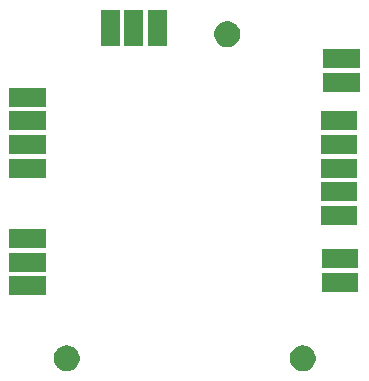
<source format=gbr>
G04 #@! TF.GenerationSoftware,KiCad,Pcbnew,(5.1.5)-3*
G04 #@! TF.CreationDate,2020-09-28T16:56:36+02:00*
G04 #@! TF.ProjectId,MAX30102_Pulse Ox,4d415833-3031-4303-925f-50756c736520,v1.4*
G04 #@! TF.SameCoordinates,Original*
G04 #@! TF.FileFunction,Soldermask,Bot*
G04 #@! TF.FilePolarity,Negative*
%FSLAX46Y46*%
G04 Gerber Fmt 4.6, Leading zero omitted, Abs format (unit mm)*
G04 Created by KiCad (PCBNEW (5.1.5)-3) date 2020-09-28 16:56:36*
%MOMM*%
%LPD*%
G04 APERTURE LIST*
%ADD10C,0.100000*%
G04 APERTURE END LIST*
D10*
G36*
X155214795Y-103920156D02*
G01*
X155321150Y-103941311D01*
X155521520Y-104024307D01*
X155701844Y-104144795D01*
X155855205Y-104298156D01*
X155975693Y-104478480D01*
X156058689Y-104678851D01*
X156101000Y-104891560D01*
X156101000Y-105108440D01*
X156058689Y-105321149D01*
X155975693Y-105521520D01*
X155855205Y-105701844D01*
X155701844Y-105855205D01*
X155521520Y-105975693D01*
X155421334Y-106017191D01*
X155321150Y-106058689D01*
X155214794Y-106079845D01*
X155108440Y-106101000D01*
X154891560Y-106101000D01*
X154785206Y-106079845D01*
X154678850Y-106058689D01*
X154578666Y-106017191D01*
X154478480Y-105975693D01*
X154298156Y-105855205D01*
X154144795Y-105701844D01*
X154024307Y-105521520D01*
X153941311Y-105321149D01*
X153899000Y-105108440D01*
X153899000Y-104891560D01*
X153941311Y-104678851D01*
X154024307Y-104478480D01*
X154144795Y-104298156D01*
X154298156Y-104144795D01*
X154478480Y-104024307D01*
X154678850Y-103941311D01*
X154785205Y-103920156D01*
X154891560Y-103899000D01*
X155108440Y-103899000D01*
X155214795Y-103920156D01*
G37*
G36*
X135214795Y-103920156D02*
G01*
X135321150Y-103941311D01*
X135521520Y-104024307D01*
X135701844Y-104144795D01*
X135855205Y-104298156D01*
X135975693Y-104478480D01*
X136058689Y-104678851D01*
X136101000Y-104891560D01*
X136101000Y-105108440D01*
X136058689Y-105321149D01*
X135975693Y-105521520D01*
X135855205Y-105701844D01*
X135701844Y-105855205D01*
X135521520Y-105975693D01*
X135421334Y-106017191D01*
X135321150Y-106058689D01*
X135214794Y-106079845D01*
X135108440Y-106101000D01*
X134891560Y-106101000D01*
X134785206Y-106079845D01*
X134678850Y-106058689D01*
X134578666Y-106017191D01*
X134478480Y-105975693D01*
X134298156Y-105855205D01*
X134144795Y-105701844D01*
X134024307Y-105521520D01*
X133941311Y-105321149D01*
X133899000Y-105108440D01*
X133899000Y-104891560D01*
X133941311Y-104678851D01*
X134024307Y-104478480D01*
X134144795Y-104298156D01*
X134298156Y-104144795D01*
X134478480Y-104024307D01*
X134678850Y-103941311D01*
X134785205Y-103920156D01*
X134891560Y-103899000D01*
X135108440Y-103899000D01*
X135214795Y-103920156D01*
G37*
G36*
X133251000Y-99651000D02*
G01*
X130149000Y-99651000D01*
X130149000Y-98049000D01*
X133251000Y-98049000D01*
X133251000Y-99651000D01*
G37*
G36*
X159701000Y-99351000D02*
G01*
X156599000Y-99351000D01*
X156599000Y-97749000D01*
X159701000Y-97749000D01*
X159701000Y-99351000D01*
G37*
G36*
X133251000Y-97651000D02*
G01*
X130149000Y-97651000D01*
X130149000Y-96049000D01*
X133251000Y-96049000D01*
X133251000Y-97651000D01*
G37*
G36*
X159701000Y-97351000D02*
G01*
X156599000Y-97351000D01*
X156599000Y-95749000D01*
X159701000Y-95749000D01*
X159701000Y-97351000D01*
G37*
G36*
X133251000Y-95651000D02*
G01*
X130149000Y-95651000D01*
X130149000Y-94049000D01*
X133251000Y-94049000D01*
X133251000Y-95651000D01*
G37*
G36*
X159601000Y-93701000D02*
G01*
X156499000Y-93701000D01*
X156499000Y-92099000D01*
X159601000Y-92099000D01*
X159601000Y-93701000D01*
G37*
G36*
X159601000Y-91701000D02*
G01*
X156499000Y-91701000D01*
X156499000Y-90099000D01*
X159601000Y-90099000D01*
X159601000Y-91701000D01*
G37*
G36*
X159601000Y-89701000D02*
G01*
X156499000Y-89701000D01*
X156499000Y-88099000D01*
X159601000Y-88099000D01*
X159601000Y-89701000D01*
G37*
G36*
X133251000Y-89701000D02*
G01*
X130149000Y-89701000D01*
X130149000Y-88099000D01*
X133251000Y-88099000D01*
X133251000Y-89701000D01*
G37*
G36*
X159601000Y-87701000D02*
G01*
X156499000Y-87701000D01*
X156499000Y-86099000D01*
X159601000Y-86099000D01*
X159601000Y-87701000D01*
G37*
G36*
X133251000Y-87701000D02*
G01*
X130149000Y-87701000D01*
X130149000Y-86099000D01*
X133251000Y-86099000D01*
X133251000Y-87701000D01*
G37*
G36*
X159601000Y-85701000D02*
G01*
X156499000Y-85701000D01*
X156499000Y-84099000D01*
X159601000Y-84099000D01*
X159601000Y-85701000D01*
G37*
G36*
X133251000Y-85701000D02*
G01*
X130149000Y-85701000D01*
X130149000Y-84099000D01*
X133251000Y-84099000D01*
X133251000Y-85701000D01*
G37*
G36*
X133251000Y-83701000D02*
G01*
X130149000Y-83701000D01*
X130149000Y-82099000D01*
X133251000Y-82099000D01*
X133251000Y-83701000D01*
G37*
G36*
X159801000Y-82426000D02*
G01*
X156699000Y-82426000D01*
X156699000Y-80824000D01*
X159801000Y-80824000D01*
X159801000Y-82426000D01*
G37*
G36*
X159801000Y-80426000D02*
G01*
X156699000Y-80426000D01*
X156699000Y-78824000D01*
X159801000Y-78824000D01*
X159801000Y-80426000D01*
G37*
G36*
X148814794Y-76470155D02*
G01*
X148921150Y-76491311D01*
X149021334Y-76532809D01*
X149121520Y-76574307D01*
X149301844Y-76694795D01*
X149455205Y-76848156D01*
X149575693Y-77028480D01*
X149658689Y-77228851D01*
X149701000Y-77441560D01*
X149701000Y-77658440D01*
X149658689Y-77871149D01*
X149575693Y-78071520D01*
X149455205Y-78251844D01*
X149301844Y-78405205D01*
X149121520Y-78525693D01*
X148921150Y-78608689D01*
X148814795Y-78629844D01*
X148708440Y-78651000D01*
X148491560Y-78651000D01*
X148385205Y-78629844D01*
X148278850Y-78608689D01*
X148078480Y-78525693D01*
X147898156Y-78405205D01*
X147744795Y-78251844D01*
X147624307Y-78071520D01*
X147541311Y-77871149D01*
X147499000Y-77658440D01*
X147499000Y-77441560D01*
X147541311Y-77228851D01*
X147624307Y-77028480D01*
X147744795Y-76848156D01*
X147898156Y-76694795D01*
X148078480Y-76574307D01*
X148178666Y-76532809D01*
X148278850Y-76491311D01*
X148385206Y-76470155D01*
X148491560Y-76449000D01*
X148708440Y-76449000D01*
X148814794Y-76470155D01*
G37*
G36*
X139476000Y-78576000D02*
G01*
X137874000Y-78576000D01*
X137874000Y-75474000D01*
X139476000Y-75474000D01*
X139476000Y-78576000D01*
G37*
G36*
X141476000Y-78576000D02*
G01*
X139874000Y-78576000D01*
X139874000Y-75474000D01*
X141476000Y-75474000D01*
X141476000Y-78576000D01*
G37*
G36*
X143476000Y-78576000D02*
G01*
X141874000Y-78576000D01*
X141874000Y-75474000D01*
X143476000Y-75474000D01*
X143476000Y-78576000D01*
G37*
M02*

</source>
